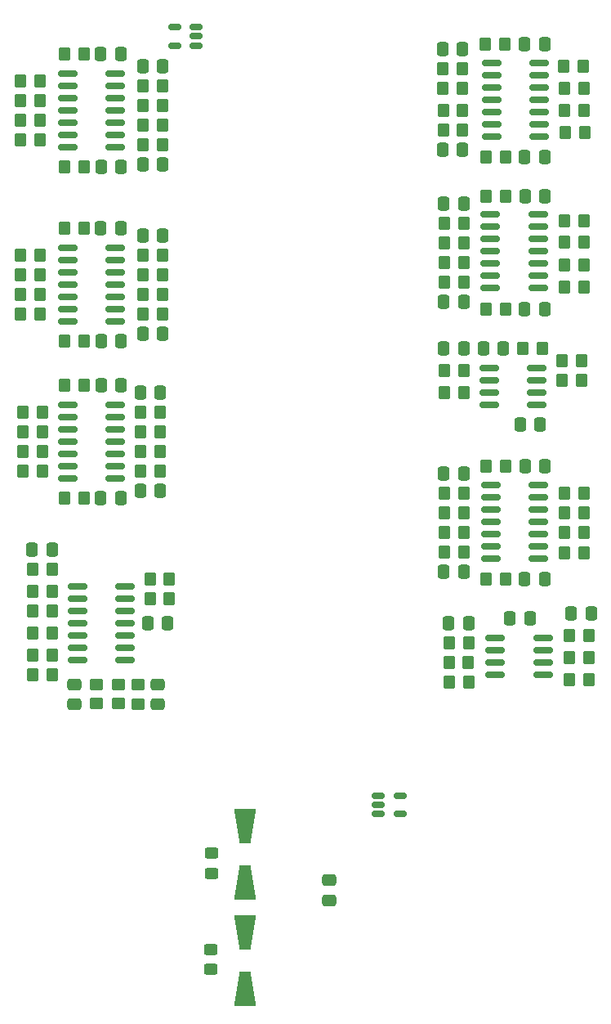
<source format=gbr>
G04 #@! TF.GenerationSoftware,KiCad,Pcbnew,(6.0.0-0)*
G04 #@! TF.CreationDate,2022-02-14T22:05:41-06:00*
G04 #@! TF.ProjectId,bells-venn,62656c6c-732d-4766-956e-6e2e6b696361,rev?*
G04 #@! TF.SameCoordinates,Original*
G04 #@! TF.FileFunction,Paste,Bot*
G04 #@! TF.FilePolarity,Positive*
%FSLAX46Y46*%
G04 Gerber Fmt 4.6, Leading zero omitted, Abs format (unit mm)*
G04 Created by KiCad (PCBNEW (6.0.0-0)) date 2022-02-14 22:05:41*
%MOMM*%
%LPD*%
G01*
G04 APERTURE LIST*
G04 Aperture macros list*
%AMRoundRect*
0 Rectangle with rounded corners*
0 $1 Rounding radius*
0 $2 $3 $4 $5 $6 $7 $8 $9 X,Y pos of 4 corners*
0 Add a 4 corners polygon primitive as box body*
4,1,4,$2,$3,$4,$5,$6,$7,$8,$9,$2,$3,0*
0 Add four circle primitives for the rounded corners*
1,1,$1+$1,$2,$3*
1,1,$1+$1,$4,$5*
1,1,$1+$1,$6,$7*
1,1,$1+$1,$8,$9*
0 Add four rect primitives between the rounded corners*
20,1,$1+$1,$2,$3,$4,$5,0*
20,1,$1+$1,$4,$5,$6,$7,0*
20,1,$1+$1,$6,$7,$8,$9,0*
20,1,$1+$1,$8,$9,$2,$3,0*%
%AMOutline4P*
0 Free polygon, 4 corners , with rotation*
0 The origin of the aperture is its center*
0 number of corners: always 4*
0 $1 to $8 corner X, Y*
0 $9 Rotation angle, in degrees counterclockwise*
0 create outline with 4 corners*
4,1,4,$1,$2,$3,$4,$5,$6,$7,$8,$1,$2,$9*%
G04 Aperture macros list end*
%ADD10Outline4P,-1.800000X-1.150000X1.800000X-0.550000X1.800000X0.550000X-1.800000X1.150000X270.000000*%
%ADD11Outline4P,-1.800000X-1.150000X1.800000X-0.550000X1.800000X0.550000X-1.800000X1.150000X90.000000*%
%ADD12RoundRect,0.250000X0.450000X-0.325000X0.450000X0.325000X-0.450000X0.325000X-0.450000X-0.325000X0*%
%ADD13RoundRect,0.250000X-0.475000X0.337500X-0.475000X-0.337500X0.475000X-0.337500X0.475000X0.337500X0*%
%ADD14RoundRect,0.250000X0.350000X0.450000X-0.350000X0.450000X-0.350000X-0.450000X0.350000X-0.450000X0*%
%ADD15RoundRect,0.150000X0.825000X0.150000X-0.825000X0.150000X-0.825000X-0.150000X0.825000X-0.150000X0*%
%ADD16RoundRect,0.250000X0.337500X0.475000X-0.337500X0.475000X-0.337500X-0.475000X0.337500X-0.475000X0*%
%ADD17RoundRect,0.250000X-0.337500X-0.475000X0.337500X-0.475000X0.337500X0.475000X-0.337500X0.475000X0*%
%ADD18RoundRect,0.250000X-0.350000X-0.450000X0.350000X-0.450000X0.350000X0.450000X-0.350000X0.450000X0*%
%ADD19RoundRect,0.250000X-0.450000X0.350000X-0.450000X-0.350000X0.450000X-0.350000X0.450000X0.350000X0*%
%ADD20RoundRect,0.250000X0.450000X-0.350000X0.450000X0.350000X-0.450000X0.350000X-0.450000X-0.350000X0*%
%ADD21RoundRect,0.150000X-0.512500X-0.150000X0.512500X-0.150000X0.512500X0.150000X-0.512500X0.150000X0*%
%ADD22RoundRect,0.150000X0.512500X0.150000X-0.512500X0.150000X-0.512500X-0.150000X0.512500X-0.150000X0*%
G04 APERTURE END LIST*
D10*
X231825800Y-115561200D03*
D11*
X231825800Y-121361200D03*
X231825800Y-132334000D03*
D10*
X231825800Y-126534000D03*
D12*
X228346000Y-120405000D03*
X228346000Y-118355000D03*
X228295200Y-130320000D03*
X228295200Y-128270000D03*
D13*
X240538000Y-121127500D03*
X240538000Y-123202500D03*
D14*
X258801000Y-46228000D03*
X256801000Y-46228000D03*
D15*
X262317000Y-36550600D03*
X262317000Y-37820600D03*
X262317000Y-39090600D03*
X262317000Y-40360600D03*
X262317000Y-41630600D03*
X262317000Y-42900600D03*
X262317000Y-44170600D03*
X257367000Y-44170600D03*
X257367000Y-42900600D03*
X257367000Y-41630600D03*
X257367000Y-40360600D03*
X257367000Y-39090600D03*
X257367000Y-37820600D03*
X257367000Y-36550600D03*
D16*
X254368100Y-35052000D03*
X252293100Y-35052000D03*
X254520500Y-51054000D03*
X252445500Y-51054000D03*
X254393500Y-45466000D03*
X252318500Y-45466000D03*
X254520500Y-61214000D03*
X252445500Y-61214000D03*
X254520500Y-78994000D03*
X252445500Y-78994000D03*
X254520500Y-89154000D03*
X252445500Y-89154000D03*
X254520500Y-66040000D03*
X252445500Y-66040000D03*
D17*
X260827500Y-46228000D03*
X262902500Y-46228000D03*
X260845500Y-50292000D03*
X262920500Y-50292000D03*
X260827500Y-61976000D03*
X262902500Y-61976000D03*
X256518500Y-66040000D03*
X258593500Y-66040000D03*
X260845500Y-78232000D03*
X262920500Y-78232000D03*
D16*
X223296500Y-36830000D03*
X221221500Y-36830000D03*
X223287500Y-54356000D03*
X221212500Y-54356000D03*
X223296500Y-64516000D03*
X221221500Y-64516000D03*
X223033500Y-70612000D03*
X220958500Y-70612000D03*
X223042500Y-80772000D03*
X220967500Y-80772000D03*
D17*
X216903500Y-69850000D03*
X218978500Y-69850000D03*
X216903500Y-47244000D03*
X218978500Y-47244000D03*
X216885500Y-35553601D03*
X218960500Y-35553601D03*
X216903500Y-65278000D03*
X218978500Y-65278000D03*
X216885500Y-53594000D03*
X218960500Y-53594000D03*
X216885500Y-81534000D03*
X218960500Y-81534000D03*
D14*
X254390400Y-41402000D03*
X252390400Y-41402000D03*
X254483000Y-55118000D03*
X252483000Y-55118000D03*
X254483000Y-57150000D03*
X252483000Y-57150000D03*
X254483000Y-83083400D03*
X252483000Y-83083400D03*
X254483000Y-70612000D03*
X252483000Y-70612000D03*
X254356000Y-37084000D03*
X252356000Y-37084000D03*
X254483000Y-53086000D03*
X252483000Y-53086000D03*
X254483000Y-81026000D03*
X252483000Y-81026000D03*
X254381400Y-43434000D03*
X252381400Y-43434000D03*
X254483000Y-59182000D03*
X252483000Y-59182000D03*
X254483000Y-87122000D03*
X252483000Y-87122000D03*
X254501000Y-68326000D03*
X252501000Y-68326000D03*
X258742800Y-34569400D03*
X256742800Y-34569400D03*
X258801000Y-50292000D03*
X256801000Y-50292000D03*
X258801000Y-61976000D03*
X256801000Y-61976000D03*
X258801000Y-78232000D03*
X256801000Y-78232000D03*
X258819000Y-89916000D03*
X256819000Y-89916000D03*
X262629000Y-66040000D03*
X260629000Y-66040000D03*
X266947000Y-39116000D03*
X264947000Y-39116000D03*
X266947000Y-55067200D03*
X264947000Y-55067200D03*
X266938000Y-83058000D03*
X264938000Y-83058000D03*
X266972400Y-41402000D03*
X264972400Y-41402000D03*
X266947000Y-57404000D03*
X264947000Y-57404000D03*
X266947000Y-85090000D03*
X264947000Y-85090000D03*
X266693000Y-69342000D03*
X264693000Y-69342000D03*
X266870800Y-36830000D03*
X264870800Y-36830000D03*
X267030600Y-43688000D03*
X265030600Y-43688000D03*
X266947000Y-52832000D03*
X264947000Y-52832000D03*
X266947000Y-59690000D03*
X264947000Y-59690000D03*
X266947000Y-81026000D03*
X264947000Y-81026000D03*
X266693000Y-67310000D03*
X264693000Y-67310000D03*
D18*
X221259000Y-40894000D03*
X223259000Y-40894000D03*
X221241000Y-58420000D03*
X223241000Y-58420000D03*
X221241000Y-42926000D03*
X223241000Y-42926000D03*
X221241000Y-60452000D03*
X223241000Y-60452000D03*
X221005000Y-74676000D03*
X223005000Y-74676000D03*
X220987000Y-76708000D03*
X222987000Y-76708000D03*
X221241000Y-38862000D03*
X223241000Y-38862000D03*
X221241000Y-56388000D03*
X223241000Y-56388000D03*
X220987000Y-72644000D03*
X222987000Y-72644000D03*
X221259000Y-44958000D03*
X223259000Y-44958000D03*
X221241000Y-62484000D03*
X223241000Y-62484000D03*
X220987000Y-78740000D03*
X222987000Y-78740000D03*
X213131000Y-35560000D03*
X215131000Y-35560000D03*
X213131000Y-47244000D03*
X215131000Y-47244000D03*
X213113000Y-53594000D03*
X215113000Y-53594000D03*
X213131000Y-65278000D03*
X215131000Y-65278000D03*
X213113000Y-69850000D03*
X215113000Y-69850000D03*
X213131000Y-81534000D03*
X215131000Y-81534000D03*
X208541000Y-40386000D03*
X210541000Y-40386000D03*
X208559000Y-58420000D03*
X210559000Y-58420000D03*
X208813000Y-74676000D03*
X210813000Y-74676000D03*
X208559000Y-42418000D03*
X210559000Y-42418000D03*
X208559000Y-60452000D03*
X210559000Y-60452000D03*
X208813000Y-76708000D03*
X210813000Y-76708000D03*
X208559000Y-38354000D03*
X210559000Y-38354000D03*
X208550000Y-44450000D03*
X210550000Y-44450000D03*
X208541000Y-56388000D03*
X210541000Y-56388000D03*
X208559000Y-62484000D03*
X210559000Y-62484000D03*
X208795000Y-72644000D03*
X210795000Y-72644000D03*
X208795000Y-78740000D03*
X210795000Y-78740000D03*
D15*
X262215400Y-52197000D03*
X262215400Y-53467000D03*
X262215400Y-54737000D03*
X262215400Y-56007000D03*
X262215400Y-57277000D03*
X262215400Y-58547000D03*
X262215400Y-59817000D03*
X257265400Y-59817000D03*
X257265400Y-58547000D03*
X257265400Y-57277000D03*
X257265400Y-56007000D03*
X257265400Y-54737000D03*
X257265400Y-53467000D03*
X257265400Y-52197000D03*
X262088400Y-68122800D03*
X262088400Y-69392800D03*
X262088400Y-70662800D03*
X262088400Y-71932800D03*
X257138400Y-71932800D03*
X257138400Y-70662800D03*
X257138400Y-69392800D03*
X257138400Y-68122800D03*
X218375000Y-37592000D03*
X218375000Y-38862000D03*
X218375000Y-40132000D03*
X218375000Y-41402000D03*
X218375000Y-42672000D03*
X218375000Y-43942000D03*
X218375000Y-45212000D03*
X213425000Y-45212000D03*
X213425000Y-43942000D03*
X213425000Y-42672000D03*
X213425000Y-41402000D03*
X213425000Y-40132000D03*
X213425000Y-38862000D03*
X213425000Y-37592000D03*
X218375000Y-55626000D03*
X218375000Y-56896000D03*
X218375000Y-58166000D03*
X218375000Y-59436000D03*
X218375000Y-60706000D03*
X218375000Y-61976000D03*
X218375000Y-63246000D03*
X213425000Y-63246000D03*
X213425000Y-61976000D03*
X213425000Y-60706000D03*
X213425000Y-59436000D03*
X213425000Y-58166000D03*
X213425000Y-56896000D03*
X213425000Y-55626000D03*
X218375000Y-71882000D03*
X218375000Y-73152000D03*
X218375000Y-74422000D03*
X218375000Y-75692000D03*
X218375000Y-76962000D03*
X218375000Y-78232000D03*
X218375000Y-79502000D03*
X213425000Y-79502000D03*
X213425000Y-78232000D03*
X213425000Y-76962000D03*
X213425000Y-75692000D03*
X213425000Y-74422000D03*
X213425000Y-73152000D03*
X213425000Y-71882000D03*
D17*
X260827500Y-89916000D03*
X262902500Y-89916000D03*
D15*
X262229600Y-80238600D03*
X262229600Y-81508600D03*
X262229600Y-82778600D03*
X262229600Y-84048600D03*
X262229600Y-85318600D03*
X262229600Y-86588600D03*
X262229600Y-87858600D03*
X257279600Y-87858600D03*
X257279600Y-86588600D03*
X257279600Y-85318600D03*
X257279600Y-84048600D03*
X257279600Y-82778600D03*
X257279600Y-81508600D03*
X257279600Y-80238600D03*
D14*
X266929000Y-87223600D03*
X264929000Y-87223600D03*
D16*
X262412500Y-73914000D03*
X260337500Y-73914000D03*
D14*
X254356000Y-39116000D03*
X252356000Y-39116000D03*
D17*
X260827500Y-34544000D03*
X262902500Y-34544000D03*
D14*
X254483000Y-85090000D03*
X252483000Y-85090000D03*
D16*
X223296500Y-46990000D03*
X221221500Y-46990000D03*
D14*
X211825500Y-97790000D03*
X209825500Y-97790000D03*
D15*
X262698000Y-96012000D03*
X262698000Y-97282000D03*
X262698000Y-98552000D03*
X262698000Y-99822000D03*
X257748000Y-99822000D03*
X257748000Y-98552000D03*
X257748000Y-97282000D03*
X257748000Y-96012000D03*
D16*
X255000000Y-94488000D03*
X252925000Y-94488000D03*
D17*
X265641000Y-93472000D03*
X267716000Y-93472000D03*
D14*
X255000000Y-96520000D03*
X253000000Y-96520000D03*
D19*
X216440000Y-100838000D03*
X216440000Y-102838000D03*
D16*
X261366000Y-93980000D03*
X259291000Y-93980000D03*
D15*
X219391000Y-90678000D03*
X219391000Y-91948000D03*
X219391000Y-93218000D03*
X219391000Y-94488000D03*
X219391000Y-95758000D03*
X219391000Y-97028000D03*
X219391000Y-98298000D03*
X214441000Y-98298000D03*
X214441000Y-97028000D03*
X214441000Y-95758000D03*
X214441000Y-94488000D03*
X214441000Y-93218000D03*
X214441000Y-91948000D03*
X214441000Y-90678000D03*
D18*
X265478000Y-95758000D03*
X267478000Y-95758000D03*
X265446000Y-100330000D03*
X267446000Y-100330000D03*
D20*
X220758000Y-102870000D03*
X220758000Y-100870000D03*
D14*
X211836000Y-88900000D03*
X209836000Y-88900000D03*
D13*
X222790000Y-100838000D03*
X222790000Y-102913000D03*
D16*
X211836000Y-86868000D03*
X209761000Y-86868000D03*
D14*
X255000000Y-100584000D03*
X253000000Y-100584000D03*
X211857500Y-99822000D03*
X209857500Y-99822000D03*
D21*
X245623500Y-114284800D03*
X245623500Y-113334800D03*
X245623500Y-112384800D03*
X247898500Y-112384800D03*
X247898500Y-114284800D03*
D18*
X221996000Y-89916000D03*
X223996000Y-89916000D03*
D13*
X214122000Y-100838000D03*
X214122000Y-102913000D03*
D17*
X221742000Y-94488000D03*
X223817000Y-94488000D03*
D19*
X218726000Y-100838000D03*
X218726000Y-102838000D03*
D22*
X226791100Y-32806600D03*
X226791100Y-33756600D03*
X226791100Y-34706600D03*
X224516100Y-34706600D03*
X224516100Y-32806600D03*
D14*
X223996000Y-91948000D03*
X221996000Y-91948000D03*
X211836000Y-93218000D03*
X209836000Y-93218000D03*
X254968000Y-98552000D03*
X252968000Y-98552000D03*
D18*
X265446000Y-98044000D03*
X267446000Y-98044000D03*
D14*
X211836000Y-91186000D03*
X209836000Y-91186000D03*
X211857500Y-95504000D03*
X209857500Y-95504000D03*
M02*

</source>
